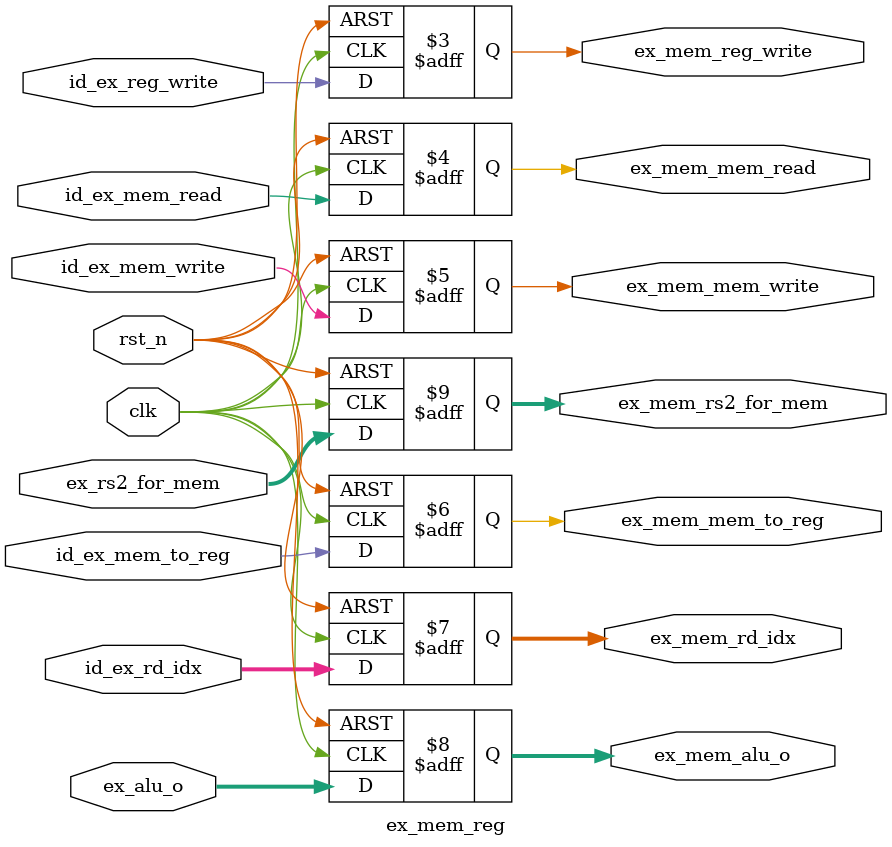
<source format=v>
module ex_mem_reg (
    input                   clk, 
    input                   rst_n,
    input                   id_ex_reg_write,
    input                   id_ex_mem_read,
    input                   id_ex_mem_write,
    input                   id_ex_mem_to_reg,
    input       [  4 : 0 ]  id_ex_rd_idx,
    input       [ 31 : 0 ]  ex_alu_o,
    input       [ 31 : 0 ]  ex_rs2_for_mem,
    output reg              ex_mem_reg_write,
    output reg              ex_mem_mem_read,
    output reg              ex_mem_mem_write,
    output reg              ex_mem_mem_to_reg,
    output reg  [  4 : 0 ]  ex_mem_rd_idx,
    output reg  [ 31 : 0 ]  ex_mem_alu_o,
    output reg  [ 31 : 0 ]  ex_mem_rs2_for_mem
);

    always @(posedge clk or negedge rst_n) begin
        if (~rst_n) begin
            ex_mem_reg_write   <= 'd0;     
            ex_mem_mem_read    <= 'd0; 
            ex_mem_mem_write   <= 'd0;     
            ex_mem_rd_idx      <= 'd0; 
            ex_mem_alu_o       <= 'd0; 
            ex_mem_rs2_for_mem <= 'd0; 
            ex_mem_mem_to_reg  <= 'd0;
        end
        else begin
            ex_mem_reg_write   <= id_ex_reg_write;    
            ex_mem_mem_read    <= id_ex_mem_read;
            ex_mem_mem_write   <= id_ex_mem_write;    
            ex_mem_rd_idx      <= id_ex_rd_idx;
            ex_mem_alu_o       <= ex_alu_o;
            ex_mem_rs2_for_mem <= ex_rs2_for_mem;
            ex_mem_mem_to_reg  <= id_ex_mem_to_reg;
        end
    end

endmodule
</source>
